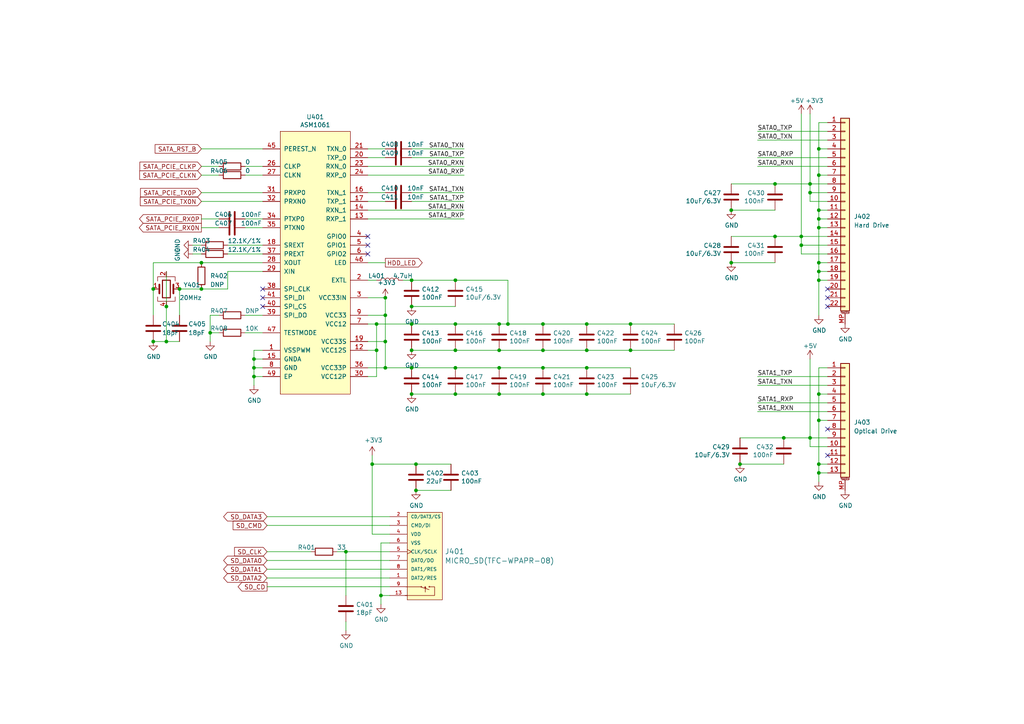
<source format=kicad_sch>
(kicad_sch (version 20210621) (generator eeschema)
  (paper "A4")
  (title_block (title "Lancer Mainboard") (date "2021-10-25") (rev "R0.1") (company "Copyright Modos 2021. / Engineer: Wenting Zhang") (comment 2 "MERCHANTABILITY, SATISFACTORY QUALITY AND FITNESS FOR A PARTICULAR PURPOSE.") (comment 3 "This source is distributed WITHOUT ANY EXPRESS OR IMPLIED WARRANTY, INCLUDING OF") (comment 4 "This source describes Open Hardware and is licensed under the CERN-OHL-S v2."))
  (lib_symbols
    (symbol "Connector_Generic_MountingPin:Conn_01x13_MountingPin" (pin_names (offset 1.016) hide)
      (property "Reference" "J" (at 0 17.78 0))
      (property "Value" "Conn_01x13_MountingPin" (at 1.27 -17.78 0))
      (symbol "Conn_01x13_MountingPin_1_1"
        (text "Mounting" (at 0 -16.891 0) (effects (font (size 0.381 0.381))))
        (rectangle (start -1.27 -15.113) (end 0 -15.367) (stroke (width 0.1524)))
        (rectangle (start -1.27 -12.573) (end 0 -12.827) (stroke (width 0.1524)))
        (rectangle (start -1.27 -10.033) (end 0 -10.287) (stroke (width 0.1524)))
        (rectangle (start -1.27 -7.493) (end 0 -7.747) (stroke (width 0.1524)))
        (rectangle (start -1.27 -4.953) (end 0 -5.207) (stroke (width 0.1524)))
        (rectangle (start -1.27 -2.413) (end 0 -2.667) (stroke (width 0.1524)))
        (rectangle (start -1.27 0.127) (end 0 -0.127) (stroke (width 0.1524)))
        (rectangle (start -1.27 2.667) (end 0 2.413) (stroke (width 0.1524)))
        (rectangle (start -1.27 5.207) (end 0 4.953) (stroke (width 0.1524)))
        (rectangle (start -1.27 7.747) (end 0 7.493) (stroke (width 0.1524)))
        (rectangle (start -1.27 10.287) (end 0 10.033) (stroke (width 0.1524)))
        (rectangle (start -1.27 12.827) (end 0 12.573) (stroke (width 0.1524)))
        (rectangle (start -1.27 15.367) (end 0 15.113) (stroke (width 0.1524)))
        (rectangle (start -1.27 16.51) (end 1.27 -16.51) (stroke (width 0.254)) (fill (type background)))
        (polyline (pts (xy -1.016 -17.272) (xy 1.016 -17.272)) (stroke (width 0.1524)))
        (pin passive line (at -5.08 15.24 0) (length 3.81) (name "Pin_1") (number "1"))
        (pin passive line (at -5.08 -7.62 0) (length 3.81) (name "Pin_10") (number "10"))
        (pin passive line (at -5.08 -10.16 0) (length 3.81) (name "Pin_11") (number "11"))
        (pin passive line (at -5.08 -12.7 0) (length 3.81) (name "Pin_12") (number "12"))
        (pin passive line (at -5.08 -15.24 0) (length 3.81) (name "Pin_13") (number "13"))
        (pin passive line (at -5.08 12.7 0) (length 3.81) (name "Pin_2") (number "2"))
        (pin passive line (at -5.08 10.16 0) (length 3.81) (name "Pin_3") (number "3"))
        (pin passive line (at -5.08 7.62 0) (length 3.81) (name "Pin_4") (number "4"))
        (pin passive line (at -5.08 5.08 0) (length 3.81) (name "Pin_5") (number "5"))
        (pin passive line (at -5.08 2.54 0) (length 3.81) (name "Pin_6") (number "6"))
        (pin passive line (at -5.08 0 0) (length 3.81) (name "Pin_7") (number "7"))
        (pin passive line (at -5.08 -2.54 0) (length 3.81) (name "Pin_8") (number "8"))
        (pin passive line (at -5.08 -5.08 0) (length 3.81) (name "Pin_9") (number "9"))
        (pin passive line (at 0 -20.32 90) (length 3.048) (name "MountPin") (number "MP"))
      )
    )
    (symbol "Connector_Generic_MountingPin:Conn_01x22_MountingPin" (pin_names (offset 1.016) hide)
      (property "Reference" "J" (at 0 27.94 0))
      (property "Value" "Conn_01x22_MountingPin" (at 1.27 -30.48 0))
      (symbol "Conn_01x22_MountingPin_1_1"
        (text "Mounting" (at 0 -29.591 0) (effects (font (size 0.381 0.381))))
        (rectangle (start -1.27 -27.813) (end 0 -28.067) (stroke (width 0.1524)))
        (rectangle (start -1.27 -25.273) (end 0 -25.527) (stroke (width 0.1524)))
        (rectangle (start -1.27 -22.733) (end 0 -22.987) (stroke (width 0.1524)))
        (rectangle (start -1.27 -20.193) (end 0 -20.447) (stroke (width 0.1524)))
        (rectangle (start -1.27 -17.653) (end 0 -17.907) (stroke (width 0.1524)))
        (rectangle (start -1.27 -15.113) (end 0 -15.367) (stroke (width 0.1524)))
        (rectangle (start -1.27 -12.573) (end 0 -12.827) (stroke (width 0.1524)))
        (rectangle (start -1.27 -10.033) (end 0 -10.287) (stroke (width 0.1524)))
        (rectangle (start -1.27 -7.493) (end 0 -7.747) (stroke (width 0.1524)))
        (rectangle (start -1.27 -4.953) (end 0 -5.207) (stroke (width 0.1524)))
        (rectangle (start -1.27 -2.413) (end 0 -2.667) (stroke (width 0.1524)))
        (rectangle (start -1.27 0.127) (end 0 -0.127) (stroke (width 0.1524)))
        (rectangle (start -1.27 2.667) (end 0 2.413) (stroke (width 0.1524)))
        (rectangle (start -1.27 5.207) (end 0 4.953) (stroke (width 0.1524)))
        (rectangle (start -1.27 7.747) (end 0 7.493) (stroke (width 0.1524)))
        (rectangle (start -1.27 10.287) (end 0 10.033) (stroke (width 0.1524)))
        (rectangle (start -1.27 12.827) (end 0 12.573) (stroke (width 0.1524)))
        (rectangle (start -1.27 15.367) (end 0 15.113) (stroke (width 0.1524)))
        (rectangle (start -1.27 17.907) (end 0 17.653) (stroke (width 0.1524)))
        (rectangle (start -1.27 20.447) (end 0 20.193) (stroke (width 0.1524)))
        (rectangle (start -1.27 22.987) (end 0 22.733) (stroke (width 0.1524)))
        (rectangle (start -1.27 25.527) (end 0 25.273) (stroke (width 0.1524)))
        (rectangle (start -1.27 26.67) (end 1.27 -29.21) (stroke (width 0.254)) (fill (type background)))
        (polyline (pts (xy -1.016 -29.972) (xy 1.016 -29.972)) (stroke (width 0.1524)))
        (pin passive line (at -5.08 25.4 0) (length 3.81) (name "Pin_1") (number "1"))
        (pin passive line (at -5.08 2.54 0) (length 3.81) (name "Pin_10") (number "10"))
        (pin passive line (at -5.08 0 0) (length 3.81) (name "Pin_11") (number "11"))
        (pin passive line (at -5.08 -2.54 0) (length 3.81) (name "Pin_12") (number "12"))
        (pin passive line (at -5.08 -5.08 0) (length 3.81) (name "Pin_13") (number "13"))
        (pin passive line (at -5.08 -7.62 0) (length 3.81) (name "Pin_14") (number "14"))
        (pin passive line (at -5.08 -10.16 0) (length 3.81) (name "Pin_15") (number "15"))
        (pin passive line (at -5.08 -12.7 0) (length 3.81) (name "Pin_16") (number "16"))
        (pin passive line (at -5.08 -15.24 0) (length 3.81) (name "Pin_17") (number "17"))
        (pin passive line (at -5.08 -17.78 0) (length 3.81) (name "Pin_18") (number "18"))
        (pin passive line (at -5.08 -20.32 0) (length 3.81) (name "Pin_19") (number "19"))
        (pin passive line (at -5.08 22.86 0) (length 3.81) (name "Pin_2") (number "2"))
        (pin passive line (at -5.08 -22.86 0) (length 3.81) (name "Pin_20") (number "20"))
        (pin passive line (at -5.08 -25.4 0) (length 3.81) (name "Pin_21") (number "21"))
        (pin passive line (at -5.08 -27.94 0) (length 3.81) (name "Pin_22") (number "22"))
        (pin passive line (at -5.08 20.32 0) (length 3.81) (name "Pin_3") (number "3"))
        (pin passive line (at -5.08 17.78 0) (length 3.81) (name "Pin_4") (number "4"))
        (pin passive line (at -5.08 15.24 0) (length 3.81) (name "Pin_5") (number "5"))
        (pin passive line (at -5.08 12.7 0) (length 3.81) (name "Pin_6") (number "6"))
        (pin passive line (at -5.08 10.16 0) (length 3.81) (name "Pin_7") (number "7"))
        (pin passive line (at -5.08 7.62 0) (length 3.81) (name "Pin_8") (number "8"))
        (pin passive line (at -5.08 5.08 0) (length 3.81) (name "Pin_9") (number "9"))
        (pin passive line (at 0 -33.02 90) (length 3.048) (name "MountPin") (number "MP"))
      )
    )
    (symbol "Device:C" (pin_numbers hide) (pin_names (offset 0.254))
      (property "Reference" "C" (at 0.635 2.54 0))
      (property "Value" "C" (at 0.635 -2.54 0))
      (symbol "C_0_1"
        (polyline (pts (xy -2.032 -0.762) (xy 2.032 -0.762)) (stroke (width 0.508)))
        (polyline (pts (xy -2.032 0.762) (xy 2.032 0.762)) (stroke (width 0.508)))
      )
      (symbol "C_1_1"
        (pin passive line (at 0 3.81 270) (length 2.794) (name "~") (number "1"))
        (pin passive line (at 0 -3.81 90) (length 2.794) (name "~") (number "2"))
      )
    )
    (symbol "Device:Crystal_GND24" (pin_names (offset 1.016) hide)
      (property "Reference" "Y" (at 3.175 5.08 0))
      (property "Value" "Crystal_GND24" (at 3.175 3.175 0))
      (symbol "Crystal_GND24_0_1"
        (rectangle (start -1.143 2.54) (end 1.143 -2.54) (stroke (width 0.3048)))
        (polyline (pts (xy -2.54 0) (xy -2.032 0)))
        (polyline (pts (xy -2.032 -1.27) (xy -2.032 1.27)) (stroke (width 0.508)))
        (polyline (pts (xy 0 -3.81) (xy 0 -3.556)))
        (polyline (pts (xy 0 3.556) (xy 0 3.81)))
        (polyline (pts (xy 2.032 -1.27) (xy 2.032 1.27)) (stroke (width 0.508)))
        (polyline (pts (xy 2.032 0) (xy 2.54 0)))
        (polyline (pts (xy -2.54 -2.286) (xy -2.54 -3.556) (xy 2.54 -3.556) (xy 2.54 -2.286)))
        (polyline (pts (xy -2.54 2.286) (xy -2.54 3.556) (xy 2.54 3.556) (xy 2.54 2.286)))
      )
      (symbol "Crystal_GND24_1_1"
        (pin passive line (at -3.81 0 0) (length 1.27) (name "1") (number "1"))
        (pin passive line (at 0 5.08 270) (length 1.27) (name "2") (number "2"))
        (pin passive line (at 3.81 0 180) (length 1.27) (name "3") (number "3"))
        (pin passive line (at 0 -5.08 90) (length 1.27) (name "4") (number "4"))
      )
    )
    (symbol "Device:L" (pin_numbers hide) (pin_names (offset 1.016) hide)
      (property "Reference" "L" (at -1.27 0 90))
      (property "Value" "L" (at 1.905 0 90))
      (symbol "L_0_1"
        (arc (start 0 -2.54) (end 0 -1.27) (radius (at 0 -1.905) (length 0.635) (angles -89.9 89.9)))
        (arc (start 0 -1.27) (end 0 0) (radius (at 0 -0.635) (length 0.635) (angles -89.9 89.9)))
        (arc (start 0 0) (end 0 1.27) (radius (at 0 0.635) (length 0.635) (angles -89.9 89.9)))
        (arc (start 0 1.27) (end 0 2.54) (radius (at 0 1.905) (length 0.635) (angles -89.9 89.9)))
      )
      (symbol "L_1_1"
        (pin passive line (at 0 3.81 270) (length 1.27) (name "1") (number "1"))
        (pin passive line (at 0 -3.81 90) (length 1.27) (name "2") (number "2"))
      )
    )
    (symbol "Device:R" (pin_numbers hide) (pin_names (offset 0))
      (property "Reference" "R" (at 2.032 0 90))
      (property "Value" "R" (at 0 0 90))
      (symbol "R_0_1"
        (rectangle (start -1.016 -2.54) (end 1.016 2.54) (stroke (width 0.254)))
      )
      (symbol "R_1_1"
        (pin passive line (at 0 3.81 270) (length 1.27) (name "~") (number "1"))
        (pin passive line (at 0 -3.81 90) (length 1.27) (name "~") (number "2"))
      )
    )
    (symbol "power:+3.3V" (power) (pin_names (offset 0))
      (property "Value" "+3.3V" (at 0 3.556 0))
      (symbol "+3.3V_0_1"
        (polyline (pts (xy -0.762 1.27) (xy 0 2.54)))
        (polyline (pts (xy 0 0) (xy 0 2.54)))
        (polyline (pts (xy 0 2.54) (xy 0.762 1.27)))
      )
      (symbol "+3.3V_1_1"
        (pin power_in line (at 0 0 90) (length 0) hide (name "+3V3") (number "1"))
      )
    )
    (symbol "power:+3V3" (power) (pin_names (offset 0))
      (property "Value" "+3V3" (at 0 3.556 0))
      (symbol "+3V3_0_1"
        (polyline (pts (xy -0.762 1.27) (xy 0 2.54)))
        (polyline (pts (xy 0 0) (xy 0 2.54)))
        (polyline (pts (xy 0 2.54) (xy 0.762 1.27)))
      )
      (symbol "+3V3_1_1"
        (pin power_in line (at 0 0 90) (length 0) hide (name "+3V3") (number "1"))
      )
    )
    (symbol "power:+5V" (power) (pin_names (offset 0))
      (property "Value" "+5V" (at 0 3.556 0))
      (symbol "+5V_0_1"
        (polyline (pts (xy -0.762 1.27) (xy 0 2.54)))
        (polyline (pts (xy 0 0) (xy 0 2.54)))
        (polyline (pts (xy 0 2.54) (xy 0.762 1.27)))
      )
      (symbol "+5V_1_1"
        (pin power_in line (at 0 0 90) (length 0) hide (name "+5V") (number "1"))
      )
    )
    (symbol "power:GND" (power) (pin_names (offset 0))
      (property "Value" "GND" (at 0 -3.81 0))
      (symbol "GND_0_1"
        (polyline (pts (xy 0 0) (xy 0 -1.27) (xy 1.27 -1.27) (xy 0 -2.54) (xy -1.27 -1.27) (xy 0 -1.27)))
      )
      (symbol "GND_1_1"
        (pin power_in line (at 0 0 270) (length 0) hide (name "GND") (number "1"))
      )
    )
    (symbol "symbols:ASM1061" (pin_names (offset 1.016))
      (property "Reference" "U" (at 0 0 0))
      (property "Value" "ASM1061" (at 0 -2.54 0))
      (symbol "ASM1061_0_1"
        (rectangle (start -10.16 -5.08) (end 10.16 -81.28) (fill (type background)))
      )
      (symbol "ASM1061_1_1"
        (pin power_in line (at -15.24 -68.58 0) (length 5.08) (name "VSSPWM") (number "1"))
        (pin power_in line (at -15.24 -73.66 0) (length 5.08) hide (name "GND") (number "10"))
        (pin power_in line (at 15.24 -60.96 180) (length 5.08) hide (name "VCC12") (number "11"))
        (pin power_in line (at 15.24 -68.58 180) (length 5.08) (name "VCC12S") (number "12"))
        (pin input line (at 15.24 -30.48 180) (length 5.08) (name "RXP_1") (number "13"))
        (pin input line (at 15.24 -27.94 180) (length 5.08) (name "RXN_1") (number "14"))
        (pin power_in line (at -15.24 -71.12 0) (length 5.08) (name "GNDA") (number "15"))
        (pin output line (at 15.24 -22.86 180) (length 5.08) (name "TXN_1") (number "16"))
        (pin output line (at 15.24 -25.4 180) (length 5.08) (name "TXP_1") (number "17"))
        (pin bidirectional line (at -15.24 -38.1 0) (length 5.08) (name "SREXT") (number "18"))
        (pin power_in line (at 15.24 -66.04 180) (length 5.08) (name "VCC33S") (number "19"))
        (pin power_out line (at 15.24 -48.26 180) (length 5.08) (name "EXTL") (number "2"))
        (pin output line (at 15.24 -12.7 180) (length 5.08) (name "TXP_0") (number "20"))
        (pin output line (at 15.24 -10.16 180) (length 5.08) (name "TXN_0") (number "21"))
        (pin power_in line (at -15.24 -71.12 0) (length 5.08) hide (name "GNDA") (number "22"))
        (pin input line (at 15.24 -15.24 180) (length 5.08) (name "RXN_0") (number "23"))
        (pin input line (at 15.24 -17.78 180) (length 5.08) (name "RXP_0") (number "24"))
        (pin power_in line (at 15.24 -68.58 180) (length 5.08) hide (name "VCC12S") (number "25"))
        (pin input line (at -15.24 -15.24 0) (length 5.08) (name "CLKP") (number "26"))
        (pin input line (at -15.24 -17.78 0) (length 5.08) (name "CLKN") (number "27"))
        (pin output line (at -15.24 -43.18 0) (length 5.08) (name "XOUT") (number "28"))
        (pin input line (at -15.24 -45.72 0) (length 5.08) (name "XIN") (number "29"))
        (pin input line (at 15.24 -53.34 180) (length 5.08) (name "VCC33IN") (number "3"))
        (pin power_in line (at 15.24 -76.2 180) (length 5.08) (name "VCC12P") (number "30"))
        (pin input line (at -15.24 -22.86 0) (length 5.08) (name "PRXP0") (number "31"))
        (pin input line (at -15.24 -25.4 0) (length 5.08) (name "PRXN0") (number "32"))
        (pin power_in line (at -15.24 -71.12 0) (length 5.08) hide (name "GNDA") (number "33"))
        (pin output line (at -15.24 -30.48 0) (length 5.08) (name "PTXP0") (number "34"))
        (pin output line (at -15.24 -33.02 0) (length 5.08) (name "PTXN0") (number "35"))
        (pin power_in line (at 15.24 -73.66 180) (length 5.08) (name "VCC33P") (number "36"))
        (pin bidirectional line (at -15.24 -40.64 0) (length 5.08) (name "PREXT") (number "37"))
        (pin output line (at -15.24 -50.8 0) (length 5.08) (name "SPI_CLK") (number "38"))
        (pin output line (at -15.24 -58.42 0) (length 5.08) (name "SPI_DO") (number "39"))
        (pin bidirectional line (at 15.24 -35.56 180) (length 5.08) (name "GPIO0") (number "4"))
        (pin output line (at -15.24 -55.88 0) (length 5.08) (name "SPI_CS") (number "40"))
        (pin input line (at -15.24 -53.34 0) (length 5.08) (name "SPI_DI") (number "41"))
        (pin power_in line (at -15.24 -73.66 0) (length 5.08) hide (name "GND") (number "42"))
        (pin power_in line (at 15.24 -60.96 180) (length 5.08) hide (name "VCC12") (number "43"))
        (pin power_in line (at 15.24 -58.42 180) (length 5.08) hide (name "VCC33") (number "44"))
        (pin input line (at -15.24 -10.16 0) (length 5.08) (name "PEREST_N") (number "45"))
        (pin output line (at 15.24 -43.18 180) (length 5.08) (name "LED") (number "46"))
        (pin input line (at -15.24 -63.5 0) (length 5.08) (name "TESTMODE") (number "47"))
        (pin power_in line (at 15.24 -60.96 180) (length 5.08) hide (name "VCC12") (number "48"))
        (pin power_in line (at -15.24 -76.2 0) (length 5.08) (name "EP") (number "49"))
        (pin bidirectional line (at 15.24 -38.1 180) (length 5.08) (name "GPIO1") (number "5"))
        (pin bidirectional line (at 15.24 -40.64 180) (length 5.08) (name "GPIO2") (number "6"))
        (pin power_in line (at 15.24 -60.96 180) (length 5.08) (name "VCC12") (number "7"))
        (pin power_in line (at -15.24 -73.66 0) (length 5.08) (name "GND") (number "8"))
        (pin power_in line (at 15.24 -58.42 180) (length 5.08) (name "VCC33") (number "9"))
      )
    )
    (symbol "symbols:MICRO_SD(TFC-WPAPR-08)" (pin_names (offset 1.016))
      (property "Reference" "MICRO_SD" (at 2.54 15.24 0))
      (property "Value" "MICRO_SD(TFC-WPAPR-08)" (at 0 -12.7 0))
      (symbol "MICRO_SD(TFC-WPAPR-08)_0_0"
        (rectangle (start -2.54 13.97) (end 7.62 -11.43) (fill (type background)))
        (polyline (pts (xy 2.6416 -7.5946) (xy 2.4638 -7.8994)))
        (polyline (pts (xy 2.6924 -7.6962) (xy 2.6924 -9.1694)))
        (polyline (pts (xy 2.667 -7.5438) (xy 2.921 -7.9756) (xy 2.8956 -7.9756)))
      )
      (symbol "MICRO_SD(TFC-WPAPR-08)_0_1"
        (circle (center 1.5494 -7.6454) (radius 0.1524))
        (circle (center 3.8862 -7.62) (radius 0.1524))
        (polyline (pts (xy -3.048 -7.6454) (xy 1.2954 -7.6454)))
        (polyline (pts (xy 1.7018 -7.7978) (xy 3.81 -8.4582)))
        (polyline (pts (xy -3.1496 -10.16) (xy 5.4102 -10.16) (xy 5.4102 -7.6454) (xy 4.1402 -7.6454)))
      )
      (symbol "MICRO_SD(TFC-WPAPR-08)_1_1"
        (pin bidirectional line (at -7.62 -5.08 0) (length 5.08) (name "DAT2/RES") (number "1"))
        (pin passive line (at -7.62 -10.16 0) (length 5.08) hide (name "~") (number "10"))
        (pin passive line (at -7.62 -10.16 0) (length 5.08) hide (name "~") (number "11"))
        (pin passive line (at -7.62 -10.16 0) (length 5.08) hide (name "~") (number "12"))
        (pin passive line (at -7.62 -10.16 0) (length 5.08) (name "~") (number "13"))
        (pin bidirectional line (at -7.62 12.7 0) (length 5.08) (name "CD/DAT3/CS") (number "2"))
        (pin input line (at -7.62 10.16 0) (length 5.08) (name "CMD/DI") (number "3"))
        (pin power_in line (at -7.62 7.62 0) (length 5.08) (name "VDD") (number "4"))
        (pin input clock (at -7.62 2.54 0) (length 5.08) (name "CLK/SCLK") (number "5"))
        (pin power_in line (at -7.62 5.08 0) (length 5.08) (name "VSS") (number "6"))
        (pin bidirectional line (at -7.62 0 0) (length 5.08) (name "DAT0/DO") (number "7"))
        (pin bidirectional line (at -7.62 -2.54 0) (length 5.08) (name "DAT1/RES") (number "8"))
        (pin passive line (at -7.62 -7.62 0) (length 5.08) (name "~") (number "9"))
      )
    )
  )
  (junction (at 44.45 83.82) (diameter 0.9144))
  (junction (at 44.45 99.06) (diameter 0.9144))
  (junction (at 48.26 88.9) (diameter 0.9144))
  (junction (at 48.26 99.06) (diameter 0.9144))
  (junction (at 52.07 83.82) (diameter 0.9144))
  (junction (at 58.42 76.2) (diameter 0.9144))
  (junction (at 58.42 83.82) (diameter 0.9144))
  (junction (at 60.96 96.52) (diameter 0.9144))
  (junction (at 73.66 104.14) (diameter 0.9144))
  (junction (at 73.66 106.68) (diameter 0.9144))
  (junction (at 73.66 109.22) (diameter 0.9144))
  (junction (at 100.33 160.02))
  (junction (at 107.95 134.62) (diameter 0.9144))
  (junction (at 109.22 93.98) (diameter 0.9144))
  (junction (at 109.22 101.6) (diameter 0.9144))
  (junction (at 110.49 172.72) (diameter 0.9144))
  (junction (at 111.76 86.36) (diameter 0.9144))
  (junction (at 111.76 91.44) (diameter 0.9144))
  (junction (at 111.76 99.06) (diameter 0.9144))
  (junction (at 111.76 106.68) (diameter 0.9144))
  (junction (at 119.38 81.28) (diameter 0.9144))
  (junction (at 119.38 88.9) (diameter 0.9144))
  (junction (at 119.38 93.98) (diameter 0.9144))
  (junction (at 119.38 101.6) (diameter 0.9144))
  (junction (at 119.38 106.68) (diameter 0.9144))
  (junction (at 119.38 114.3) (diameter 0.9144))
  (junction (at 120.65 134.62) (diameter 0.9144))
  (junction (at 120.65 142.24) (diameter 0.9144))
  (junction (at 132.08 81.28) (diameter 0.9144))
  (junction (at 132.08 93.98) (diameter 0.9144))
  (junction (at 132.08 101.6) (diameter 0.9144))
  (junction (at 132.08 106.68) (diameter 0.9144))
  (junction (at 132.08 114.3) (diameter 0.9144))
  (junction (at 144.78 93.98) (diameter 0.9144))
  (junction (at 144.78 101.6) (diameter 0.9144))
  (junction (at 144.78 106.68) (diameter 0.9144))
  (junction (at 144.78 114.3) (diameter 0.9144))
  (junction (at 147.32 93.98) (diameter 0.9144))
  (junction (at 157.48 93.98) (diameter 0.9144))
  (junction (at 157.48 101.6) (diameter 0.9144))
  (junction (at 157.48 106.68) (diameter 0.9144))
  (junction (at 157.48 114.3) (diameter 0.9144))
  (junction (at 170.18 93.98) (diameter 0.9144))
  (junction (at 170.18 101.6) (diameter 0.9144))
  (junction (at 170.18 106.68) (diameter 0.9144))
  (junction (at 170.18 114.3) (diameter 0.9144))
  (junction (at 182.88 93.98) (diameter 0.9144))
  (junction (at 182.88 101.6) (diameter 0.9144))
  (junction (at 212.09 60.96))
  (junction (at 212.09 76.2))
  (junction (at 214.63 134.62))
  (junction (at 224.79 53.34))
  (junction (at 224.79 68.58))
  (junction (at 227.33 127))
  (junction (at 232.41 68.58))
  (junction (at 232.41 71.12))
  (junction (at 234.95 53.34))
  (junction (at 234.95 55.88))
  (junction (at 234.95 127))
  (junction (at 237.49 43.18))
  (junction (at 237.49 50.8))
  (junction (at 237.49 60.96))
  (junction (at 237.49 63.5))
  (junction (at 237.49 66.04))
  (junction (at 237.49 76.2))
  (junction (at 237.49 78.74))
  (junction (at 237.49 81.28))
  (junction (at 237.49 114.3))
  (junction (at 237.49 121.92))
  (junction (at 237.49 134.62))
  (junction (at 237.49 137.16))
  (no_connect (at 76.2 83.82))
  (no_connect (at 76.2 86.36))
  (no_connect (at 76.2 88.9))
  (no_connect (at 106.68 68.58))
  (no_connect (at 106.68 71.12))
  (no_connect (at 106.68 73.66))
  (no_connect (at 240.03 83.82))
  (no_connect (at 240.03 86.36))
  (no_connect (at 240.03 88.9))
  (no_connect (at 240.03 124.46))
  (no_connect (at 240.03 132.08))
  (wire (pts (xy 44.45 76.2) (xy 44.45 83.82)))
  (wire (pts (xy 44.45 91.44) (xy 44.45 83.82)))
  (wire (pts (xy 48.26 78.74) (xy 48.26 88.9)))
  (wire (pts (xy 48.26 88.9) (xy 48.26 99.06)))
  (wire (pts (xy 48.26 99.06) (xy 44.45 99.06)))
  (wire (pts (xy 52.07 83.82) (xy 58.42 83.82)))
  (wire (pts (xy 52.07 91.44) (xy 52.07 83.82)))
  (wire (pts (xy 52.07 99.06) (xy 48.26 99.06)))
  (wire (pts (xy 58.42 43.18) (xy 76.2 43.18)))
  (wire (pts (xy 58.42 48.26) (xy 63.5 48.26)))
  (wire (pts (xy 58.42 50.8) (xy 63.5 50.8)))
  (wire (pts (xy 58.42 55.88) (xy 76.2 55.88)))
  (wire (pts (xy 58.42 58.42) (xy 76.2 58.42)))
  (wire (pts (xy 58.42 63.5) (xy 63.5 63.5)))
  (wire (pts (xy 58.42 66.04) (xy 63.5 66.04)))
  (wire (pts (xy 58.42 71.12) (xy 55.88 71.12)))
  (wire (pts (xy 58.42 73.66) (xy 55.88 73.66)))
  (wire (pts (xy 58.42 76.2) (xy 44.45 76.2)))
  (wire (pts (xy 60.96 91.44) (xy 60.96 96.52)))
  (wire (pts (xy 60.96 96.52) (xy 60.96 99.06)))
  (wire (pts (xy 63.5 91.44) (xy 60.96 91.44)))
  (wire (pts (xy 63.5 96.52) (xy 60.96 96.52)))
  (wire (pts (xy 66.04 71.12) (xy 76.2 71.12)))
  (wire (pts (xy 66.04 73.66) (xy 76.2 73.66)))
  (wire (pts (xy 66.04 78.74) (xy 66.04 83.82)))
  (wire (pts (xy 66.04 78.74) (xy 76.2 78.74)))
  (wire (pts (xy 66.04 83.82) (xy 58.42 83.82)))
  (wire (pts (xy 71.12 48.26) (xy 76.2 48.26)))
  (wire (pts (xy 71.12 50.8) (xy 76.2 50.8)))
  (wire (pts (xy 71.12 63.5) (xy 76.2 63.5)))
  (wire (pts (xy 71.12 66.04) (xy 76.2 66.04)))
  (wire (pts (xy 71.12 96.52) (xy 76.2 96.52)))
  (wire (pts (xy 73.66 101.6) (xy 73.66 104.14)))
  (wire (pts (xy 73.66 104.14) (xy 73.66 106.68)))
  (wire (pts (xy 73.66 106.68) (xy 73.66 109.22)))
  (wire (pts (xy 73.66 109.22) (xy 73.66 111.76)))
  (wire (pts (xy 76.2 76.2) (xy 58.42 76.2)))
  (wire (pts (xy 76.2 91.44) (xy 71.12 91.44)))
  (wire (pts (xy 76.2 101.6) (xy 73.66 101.6)))
  (wire (pts (xy 76.2 104.14) (xy 73.66 104.14)))
  (wire (pts (xy 76.2 106.68) (xy 73.66 106.68)))
  (wire (pts (xy 76.2 109.22) (xy 73.66 109.22)))
  (wire (pts (xy 77.47 149.86) (xy 113.03 149.86)))
  (wire (pts (xy 77.47 152.4) (xy 113.03 152.4)))
  (wire (pts (xy 77.47 160.02) (xy 90.17 160.02)))
  (wire (pts (xy 77.47 162.56) (xy 113.03 162.56)))
  (wire (pts (xy 77.47 165.1) (xy 113.03 165.1)))
  (wire (pts (xy 77.47 167.64) (xy 113.03 167.64)))
  (wire (pts (xy 77.47 170.18) (xy 113.03 170.18)))
  (wire (pts (xy 97.79 160.02) (xy 100.33 160.02)))
  (wire (pts (xy 100.33 160.02) (xy 100.33 172.72)))
  (wire (pts (xy 100.33 160.02) (xy 113.03 160.02)))
  (wire (pts (xy 100.33 180.34) (xy 100.33 182.88)))
  (wire (pts (xy 106.68 43.18) (xy 111.76 43.18)))
  (wire (pts (xy 106.68 45.72) (xy 111.76 45.72)))
  (wire (pts (xy 106.68 48.26) (xy 134.62 48.26)))
  (wire (pts (xy 106.68 50.8) (xy 134.62 50.8)))
  (wire (pts (xy 106.68 55.88) (xy 111.76 55.88)))
  (wire (pts (xy 106.68 58.42) (xy 111.76 58.42)))
  (wire (pts (xy 106.68 60.96) (xy 134.62 60.96)))
  (wire (pts (xy 106.68 63.5) (xy 134.62 63.5)))
  (wire (pts (xy 106.68 81.28) (xy 109.22 81.28)))
  (wire (pts (xy 106.68 91.44) (xy 111.76 91.44)))
  (wire (pts (xy 106.68 99.06) (xy 111.76 99.06)))
  (wire (pts (xy 106.68 101.6) (xy 109.22 101.6)))
  (wire (pts (xy 106.68 106.68) (xy 111.76 106.68)))
  (wire (pts (xy 106.68 109.22) (xy 109.22 109.22)))
  (wire (pts (xy 107.95 132.08) (xy 107.95 134.62)))
  (wire (pts (xy 107.95 134.62) (xy 120.65 134.62)))
  (wire (pts (xy 107.95 154.94) (xy 107.95 134.62)))
  (wire (pts (xy 107.95 154.94) (xy 113.03 154.94)))
  (wire (pts (xy 109.22 93.98) (xy 106.68 93.98)))
  (wire (pts (xy 109.22 101.6) (xy 109.22 93.98)))
  (wire (pts (xy 109.22 109.22) (xy 109.22 101.6)))
  (wire (pts (xy 110.49 157.48) (xy 110.49 172.72)))
  (wire (pts (xy 110.49 172.72) (xy 110.49 175.26)))
  (wire (pts (xy 111.76 76.2) (xy 106.68 76.2)))
  (wire (pts (xy 111.76 86.36) (xy 106.68 86.36)))
  (wire (pts (xy 111.76 91.44) (xy 111.76 86.36)))
  (wire (pts (xy 111.76 99.06) (xy 111.76 91.44)))
  (wire (pts (xy 111.76 106.68) (xy 111.76 99.06)))
  (wire (pts (xy 111.76 106.68) (xy 119.38 106.68)))
  (wire (pts (xy 113.03 157.48) (xy 110.49 157.48)))
  (wire (pts (xy 113.03 172.72) (xy 110.49 172.72)))
  (wire (pts (xy 116.84 81.28) (xy 119.38 81.28)))
  (wire (pts (xy 119.38 43.18) (xy 134.62 43.18)))
  (wire (pts (xy 119.38 45.72) (xy 134.62 45.72)))
  (wire (pts (xy 119.38 55.88) (xy 134.62 55.88)))
  (wire (pts (xy 119.38 58.42) (xy 134.62 58.42)))
  (wire (pts (xy 119.38 81.28) (xy 132.08 81.28)))
  (wire (pts (xy 119.38 93.98) (xy 109.22 93.98)))
  (wire (pts (xy 119.38 106.68) (xy 132.08 106.68)))
  (wire (pts (xy 130.81 134.62) (xy 120.65 134.62)))
  (wire (pts (xy 130.81 142.24) (xy 120.65 142.24)))
  (wire (pts (xy 132.08 81.28) (xy 147.32 81.28)))
  (wire (pts (xy 132.08 88.9) (xy 119.38 88.9)))
  (wire (pts (xy 132.08 93.98) (xy 119.38 93.98)))
  (wire (pts (xy 132.08 101.6) (xy 119.38 101.6)))
  (wire (pts (xy 132.08 106.68) (xy 144.78 106.68)))
  (wire (pts (xy 132.08 114.3) (xy 119.38 114.3)))
  (wire (pts (xy 144.78 93.98) (xy 132.08 93.98)))
  (wire (pts (xy 144.78 101.6) (xy 132.08 101.6)))
  (wire (pts (xy 144.78 106.68) (xy 157.48 106.68)))
  (wire (pts (xy 144.78 114.3) (xy 132.08 114.3)))
  (wire (pts (xy 147.32 81.28) (xy 147.32 93.98)))
  (wire (pts (xy 147.32 93.98) (xy 144.78 93.98)))
  (wire (pts (xy 147.32 93.98) (xy 157.48 93.98)))
  (wire (pts (xy 157.48 93.98) (xy 170.18 93.98)))
  (wire (pts (xy 157.48 101.6) (xy 144.78 101.6)))
  (wire (pts (xy 157.48 106.68) (xy 170.18 106.68)))
  (wire (pts (xy 157.48 114.3) (xy 144.78 114.3)))
  (wire (pts (xy 170.18 93.98) (xy 182.88 93.98)))
  (wire (pts (xy 170.18 101.6) (xy 157.48 101.6)))
  (wire (pts (xy 170.18 106.68) (xy 182.88 106.68)))
  (wire (pts (xy 170.18 114.3) (xy 157.48 114.3)))
  (wire (pts (xy 182.88 93.98) (xy 195.58 93.98)))
  (wire (pts (xy 182.88 101.6) (xy 170.18 101.6)))
  (wire (pts (xy 182.88 114.3) (xy 170.18 114.3)))
  (wire (pts (xy 195.58 101.6) (xy 182.88 101.6)))
  (wire (pts (xy 212.09 53.34) (xy 224.79 53.34)))
  (wire (pts (xy 212.09 60.96) (xy 224.79 60.96)))
  (wire (pts (xy 212.09 68.58) (xy 224.79 68.58)))
  (wire (pts (xy 212.09 76.2) (xy 224.79 76.2)))
  (wire (pts (xy 214.63 127) (xy 227.33 127)))
  (wire (pts (xy 214.63 134.62) (xy 227.33 134.62)))
  (wire (pts (xy 219.71 38.1) (xy 240.03 38.1)))
  (wire (pts (xy 219.71 40.64) (xy 240.03 40.64)))
  (wire (pts (xy 219.71 45.72) (xy 240.03 45.72)))
  (wire (pts (xy 219.71 48.26) (xy 240.03 48.26)))
  (wire (pts (xy 219.71 109.22) (xy 240.03 109.22)))
  (wire (pts (xy 219.71 111.76) (xy 240.03 111.76)))
  (wire (pts (xy 219.71 116.84) (xy 240.03 116.84)))
  (wire (pts (xy 219.71 119.38) (xy 240.03 119.38)))
  (wire (pts (xy 224.79 53.34) (xy 234.95 53.34)))
  (wire (pts (xy 224.79 68.58) (xy 232.41 68.58)))
  (wire (pts (xy 227.33 127) (xy 234.95 127)))
  (wire (pts (xy 232.41 68.58) (xy 232.41 33.02)))
  (wire (pts (xy 232.41 68.58) (xy 240.03 68.58)))
  (wire (pts (xy 232.41 71.12) (xy 232.41 68.58)))
  (wire (pts (xy 232.41 73.66) (xy 232.41 71.12)))
  (wire (pts (xy 234.95 33.02) (xy 234.95 53.34)))
  (wire (pts (xy 234.95 55.88) (xy 234.95 53.34)))
  (wire (pts (xy 234.95 58.42) (xy 234.95 55.88)))
  (wire (pts (xy 234.95 104.14) (xy 234.95 127)))
  (wire (pts (xy 234.95 127) (xy 240.03 127)))
  (wire (pts (xy 234.95 129.54) (xy 234.95 127)))
  (wire (pts (xy 234.95 129.54) (xy 240.03 129.54)))
  (wire (pts (xy 237.49 35.56) (xy 237.49 43.18)))
  (wire (pts (xy 237.49 43.18) (xy 237.49 50.8)))
  (wire (pts (xy 237.49 43.18) (xy 240.03 43.18)))
  (wire (pts (xy 237.49 50.8) (xy 237.49 60.96)))
  (wire (pts (xy 237.49 50.8) (xy 240.03 50.8)))
  (wire (pts (xy 237.49 60.96) (xy 237.49 63.5)))
  (wire (pts (xy 237.49 60.96) (xy 240.03 60.96)))
  (wire (pts (xy 237.49 63.5) (xy 237.49 66.04)))
  (wire (pts (xy 237.49 63.5) (xy 240.03 63.5)))
  (wire (pts (xy 237.49 66.04) (xy 237.49 76.2)))
  (wire (pts (xy 237.49 66.04) (xy 240.03 66.04)))
  (wire (pts (xy 237.49 76.2) (xy 237.49 78.74)))
  (wire (pts (xy 237.49 76.2) (xy 240.03 76.2)))
  (wire (pts (xy 237.49 78.74) (xy 237.49 81.28)))
  (wire (pts (xy 237.49 78.74) (xy 240.03 78.74)))
  (wire (pts (xy 237.49 81.28) (xy 237.49 91.44)))
  (wire (pts (xy 237.49 81.28) (xy 240.03 81.28)))
  (wire (pts (xy 237.49 106.68) (xy 237.49 114.3)))
  (wire (pts (xy 237.49 114.3) (xy 237.49 121.92)))
  (wire (pts (xy 237.49 114.3) (xy 240.03 114.3)))
  (wire (pts (xy 237.49 121.92) (xy 237.49 134.62)))
  (wire (pts (xy 237.49 121.92) (xy 240.03 121.92)))
  (wire (pts (xy 237.49 134.62) (xy 237.49 137.16)))
  (wire (pts (xy 237.49 134.62) (xy 240.03 134.62)))
  (wire (pts (xy 237.49 137.16) (xy 237.49 139.7)))
  (wire (pts (xy 237.49 137.16) (xy 240.03 137.16)))
  (wire (pts (xy 240.03 35.56) (xy 237.49 35.56)))
  (wire (pts (xy 240.03 53.34) (xy 234.95 53.34)))
  (wire (pts (xy 240.03 55.88) (xy 234.95 55.88)))
  (wire (pts (xy 240.03 58.42) (xy 234.95 58.42)))
  (wire (pts (xy 240.03 71.12) (xy 232.41 71.12)))
  (wire (pts (xy 240.03 73.66) (xy 232.41 73.66)))
  (wire (pts (xy 240.03 106.68) (xy 237.49 106.68)))
  (label "SATA0_TXN" (at 134.62 43.18 180))
  (label "SATA0_TXP" (at 134.62 45.72 180))
  (label "SATA0_RXN" (at 134.62 48.26 180))
  (label "SATA0_RXP" (at 134.62 50.8 180))
  (label "SATA1_TXN" (at 134.62 55.88 180))
  (label "SATA1_TXP" (at 134.62 58.42 180))
  (label "SATA1_RXN" (at 134.62 60.96 180))
  (label "SATA1_RXP" (at 134.62 63.5 180))
  (label "SATA0_TXP" (at 219.71 38.1 0))
  (label "SATA0_TXN" (at 219.71 40.64 0))
  (label "SATA0_RXP" (at 219.71 45.72 0))
  (label "SATA0_RXN" (at 219.71 48.26 0))
  (label "SATA1_TXP" (at 219.71 109.22 0))
  (label "SATA1_TXN" (at 219.71 111.76 0))
  (label "SATA1_RXP" (at 219.71 116.84 0))
  (label "SATA1_RXN" (at 219.71 119.38 0))
  (global_label "SATA_RST_B" (shape input) (at 58.42 43.18 180) (property "Intersheet References" "${INTERSHEET_REFS}" (effects hide)))
  (global_label "SATA_PCIE_CLKP" (shape input) (at 58.42 48.26 180) (property "Intersheet References" "${INTERSHEET_REFS}" (effects hide)))
  (global_label "SATA_PCIE_CLKN" (shape input) (at 58.42 50.8 180) (property "Intersheet References" "${INTERSHEET_REFS}" (effects hide)))
  (global_label "SATA_PCIE_TX0P" (shape input) (at 58.42 55.88 180) (property "Intersheet References" "${INTERSHEET_REFS}" (effects hide)))
  (global_label "SATA_PCIE_TX0N" (shape input) (at 58.42 58.42 180) (property "Intersheet References" "${INTERSHEET_REFS}" (effects hide)))
  (global_label "SATA_PCIE_RX0P" (shape output) (at 58.42 63.5 180) (property "Intersheet References" "${INTERSHEET_REFS}" (effects hide)))
  (global_label "SATA_PCIE_RX0N" (shape output) (at 58.42 66.04 180) (property "Intersheet References" "${INTERSHEET_REFS}" (effects hide)))
  (global_label "SD_DATA3" (shape bidirectional) (at 77.47 149.86 180) (property "Intersheet References" "${INTERSHEET_REFS}" (effects hide)))
  (global_label "SD_CMD" (shape input) (at 77.47 152.4 180) (property "Intersheet References" "${INTERSHEET_REFS}" (effects hide)))
  (global_label "SD_CLK" (shape input) (at 77.47 160.02 180) (property "Intersheet References" "${INTERSHEET_REFS}" (effects hide)))
  (global_label "SD_DATA0" (shape bidirectional) (at 77.47 162.56 180) (property "Intersheet References" "${INTERSHEET_REFS}" (effects hide)))
  (global_label "SD_DATA1" (shape bidirectional) (at 77.47 165.1 180) (property "Intersheet References" "${INTERSHEET_REFS}" (effects hide)))
  (global_label "SD_DATA2" (shape bidirectional) (at 77.47 167.64 180) (property "Intersheet References" "${INTERSHEET_REFS}" (effects hide)))
  (global_label "SD_CD" (shape output) (at 77.47 170.18 180) (property "Intersheet References" "${INTERSHEET_REFS}" (effects hide)))
  (global_label "HDD_LED" (shape output) (at 111.76 76.2 0) (property "Intersheet References" "${INTERSHEET_REFS}" (effects hide)))
  (symbol (lib_id "power:+3V3") (at 107.95 132.08 0) (unit 1)
    (property "Reference" "#PWR0402" (effects hide))
    (property "Value" "+3V3" (at 108.331 127.6858 0))
  )
  (symbol (lib_id "power:+3V3") (at 111.76 86.36 0) (unit 1)
    (property "Reference" "#PWR0410" (effects hide))
    (property "Value" "+3V3" (at 112.141 81.9658 0))
  )
  (symbol (lib_id "power:+5V") (at 232.41 33.02 0) (unit 1)
    (property "Reference" "#PWR0417" (effects hide))
    (property "Value" "+5V" (at 231.14 29.21 0))
  )
  (symbol (lib_id "power:+3.3V") (at 234.95 33.02 0) (unit 1)
    (property "Reference" "#PWR0418" (effects hide))
    (property "Value" "+3.3V" (at 236.22 29.21 0))
  )
  (symbol (lib_id "power:+5V") (at 234.95 104.14 0) (unit 1)
    (property "Reference" "#PWR0419" (effects hide))
    (property "Value" "+5V" (at 234.95 100.33 0))
  )
  (symbol (lib_id "power:GND") (at 44.45 99.06 0) (unit 1)
    (property "Reference" "#PWR0405" (effects hide))
    (property "Value" "GND" (at 44.577 103.4542 0))
  )
  (symbol (lib_id "power:GND") (at 55.88 71.12 270) (unit 1)
    (property "Reference" "#PWR0406" (effects hide))
    (property "Value" "GND" (at 51.4858 71.247 0))
  )
  (symbol (lib_id "power:GND") (at 55.88 73.66 270) (unit 1)
    (property "Reference" "#PWR0407" (effects hide))
    (property "Value" "GND" (at 51.4858 73.787 0))
  )
  (symbol (lib_id "power:GND") (at 60.96 99.06 0) (unit 1)
    (property "Reference" "#PWR0408" (effects hide))
    (property "Value" "GND" (at 61.087 103.4542 0))
  )
  (symbol (lib_id "power:GND") (at 73.66 111.76 0) (unit 1)
    (property "Reference" "#PWR0409" (effects hide))
    (property "Value" "GND" (at 73.787 116.1542 0))
  )
  (symbol (lib_id "power:GND") (at 100.33 182.88 0) (unit 1)
    (property "Reference" "#PWR0401" (effects hide))
    (property "Value" "GND" (at 100.457 187.2742 0))
  )
  (symbol (lib_id "power:GND") (at 110.49 175.26 0) (unit 1)
    (property "Reference" "#PWR0403" (effects hide))
    (property "Value" "GND" (at 110.617 179.6542 0))
  )
  (symbol (lib_id "power:GND") (at 119.38 88.9 0) (unit 1)
    (property "Reference" "#PWR0411" (effects hide))
    (property "Value" "GND" (at 119.507 93.2942 0))
  )
  (symbol (lib_id "power:GND") (at 119.38 101.6 0) (unit 1)
    (property "Reference" "#PWR0412" (effects hide))
    (property "Value" "GND" (at 119.507 105.9942 0))
  )
  (symbol (lib_id "power:GND") (at 119.38 114.3 0) (unit 1)
    (property "Reference" "#PWR0413" (effects hide))
    (property "Value" "GND" (at 119.507 118.6942 0))
  )
  (symbol (lib_id "power:GND") (at 120.65 142.24 0) (unit 1)
    (property "Reference" "#PWR0404" (effects hide))
    (property "Value" "GND" (at 120.777 146.6342 0))
  )
  (symbol (lib_id "power:GND") (at 212.09 60.96 0) (unit 1)
    (property "Reference" "#PWR0414" (effects hide))
    (property "Value" "GND" (at 212.217 65.3542 0))
  )
  (symbol (lib_id "power:GND") (at 212.09 76.2 0) (unit 1)
    (property "Reference" "#PWR0415" (effects hide))
    (property "Value" "GND" (at 212.217 80.5942 0))
  )
  (symbol (lib_id "power:GND") (at 214.63 134.62 0) (unit 1)
    (property "Reference" "#PWR0416" (effects hide))
    (property "Value" "GND" (at 214.757 139.0142 0))
  )
  (symbol (lib_id "power:GND") (at 237.49 91.44 0) (unit 1)
    (property "Reference" "#PWR0420" (effects hide))
    (property "Value" "GND" (at 237.617 95.8342 0))
  )
  (symbol (lib_id "power:GND") (at 237.49 139.7 0) (unit 1)
    (property "Reference" "#PWR0421" (effects hide))
    (property "Value" "GND" (at 237.617 144.0942 0))
  )
  (symbol (lib_id "power:GND") (at 245.11 93.98 0) (unit 1)
    (property "Reference" "#PWR0422" (effects hide))
    (property "Value" "GND" (at 245.237 98.3742 0))
  )
  (symbol (lib_id "power:GND") (at 245.11 142.24 0) (unit 1)
    (property "Reference" "#PWR0423" (effects hide))
    (property "Value" "GND" (at 245.237 146.6342 0))
  )
  (symbol (lib_id "Device:L") (at 113.03 81.28 90) (unit 1)
    (property "Reference" "L401" (at 109.22 80.01 90))
    (property "Value" "4.7uH" (at 116.84 80.01 90))
  )
  (symbol (lib_id "Device:R") (at 58.42 80.01 0) (mirror x) (unit 1)
    (property "Reference" "R402" (at 60.96 80.01 0) (effects (justify left)))
    (property "Value" "DNP" (at 60.96 82.55 0) (effects (justify left)))
    (property "Footprint" "Resistor_SMD:R_0603_1608Metric" (effects hide))
  )
  (symbol (lib_id "Device:R") (at 62.23 71.12 270) (mirror x) (unit 1)
    (property "Reference" "R403" (at 55.88 69.85 90) (effects (justify left)))
    (property "Value" "12.1K/1%" (at 66.04 69.85 90) (effects (justify left)))
    (property "Footprint" "Resistor_SMD:R_0603_1608Metric" (effects hide))
  )
  (symbol (lib_id "Device:R") (at 62.23 73.66 270) (mirror x) (unit 1)
    (property "Reference" "R404" (at 55.88 72.39 90) (effects (justify left)))
    (property "Value" "12.1K/1%" (at 66.04 72.39 90) (effects (justify left)))
    (property "Footprint" "Resistor_SMD:R_0603_1608Metric" (effects hide))
  )
  (symbol (lib_id "Device:R") (at 67.31 48.26 270) (unit 1)
    (property "Reference" "R405" (at 60.96 46.99 90) (effects (justify left)))
    (property "Value" "0" (at 71.12 46.99 90) (effects (justify left)))
    (property "Footprint" "Resistor_SMD:R_0603_1608Metric" (effects hide))
  )
  (symbol (lib_id "Device:R") (at 67.31 50.8 270) (unit 1)
    (property "Reference" "R406" (at 60.96 49.53 90) (effects (justify left)))
    (property "Value" "0" (at 71.12 49.53 90) (effects (justify left)))
    (property "Footprint" "Resistor_SMD:R_0603_1608Metric" (effects hide))
  )
  (symbol (lib_id "Device:R") (at 67.31 91.44 270) (mirror x) (unit 1)
    (property "Reference" "R407" (at 60.96 90.17 90) (effects (justify left)))
    (property "Value" "DNP" (at 71.12 90.17 90) (effects (justify left)))
    (property "Footprint" "Resistor_SMD:R_0603_1608Metric" (effects hide))
  )
  (symbol (lib_id "Device:R") (at 67.31 96.52 270) (mirror x) (unit 1)
    (property "Reference" "R408" (at 60.96 95.25 90) (effects (justify left)))
    (property "Value" "10K" (at 71.12 95.25 90) (effects (justify left)))
    (property "Footprint" "Resistor_SMD:R_0603_1608Metric" (effects hide))
  )
  (symbol (lib_id "Device:R") (at 93.98 160.02 270) (unit 1)
    (property "Reference" "R401" (at 88.9 158.75 90))
    (property "Value" "33" (at 99.06 158.75 90))
    (property "Footprint" "Resistor_SMD:R_0402_1005Metric" (effects hide))
  )
  (symbol (lib_id "Device:C") (at 44.45 95.25 0) (mirror x) (unit 1)
    (property "Reference" "C404" (at 46.99 93.98 0) (effects (justify left)))
    (property "Value" "18pF" (at 46.99 96.52 0) (effects (justify left)))
    (property "Footprint" "Capacitor_SMD:C_0603_1608Metric" (effects hide))
  )
  (symbol (lib_id "Device:C") (at 52.07 95.25 0) (mirror x) (unit 1)
    (property "Reference" "C405" (at 54.61 93.98 0) (effects (justify left)))
    (property "Value" "18pF" (at 54.61 96.52 0) (effects (justify left)))
    (property "Footprint" "Capacitor_SMD:C_0603_1608Metric" (effects hide))
  )
  (symbol (lib_id "Device:C") (at 67.31 63.5 270) (mirror x) (unit 1)
    (property "Reference" "C406" (at 62.23 62.23 90) (effects (justify left)))
    (property "Value" "100nF" (at 69.85 62.23 90) (effects (justify left)))
    (property "Footprint" "Capacitor_SMD:C_0603_1608Metric" (effects hide))
  )
  (symbol (lib_id "Device:C") (at 67.31 66.04 270) (mirror x) (unit 1)
    (property "Reference" "C407" (at 62.23 64.77 90) (effects (justify left)))
    (property "Value" "100nF" (at 69.85 64.77 90) (effects (justify left)))
    (property "Footprint" "Capacitor_SMD:C_0603_1608Metric" (effects hide))
  )
  (symbol (lib_id "Device:C") (at 100.33 176.53 0) (unit 1)
    (property "Reference" "C401" (at 103.251 175.3616 0) (effects (justify left)))
    (property "Value" "18pF" (at 103.251 177.673 0) (effects (justify left)))
    (property "Footprint" "Capacitor_SMD:C_0402_1005Metric" (effects hide))
  )
  (symbol (lib_id "Device:C") (at 115.57 43.18 270) (mirror x) (unit 1)
    (property "Reference" "C408" (at 110.49 41.91 90) (effects (justify left)))
    (property "Value" "10nF" (at 118.11 41.91 90) (effects (justify left)))
    (property "Footprint" "Capacitor_SMD:C_0603_1608Metric" (effects hide))
  )
  (symbol (lib_id "Device:C") (at 115.57 45.72 270) (mirror x) (unit 1)
    (property "Reference" "C409" (at 110.49 44.45 90) (effects (justify left)))
    (property "Value" "10nF" (at 118.11 44.45 90) (effects (justify left)))
    (property "Footprint" "Capacitor_SMD:C_0603_1608Metric" (effects hide))
  )
  (symbol (lib_id "Device:C") (at 115.57 55.88 270) (mirror x) (unit 1)
    (property "Reference" "C410" (at 110.49 54.61 90) (effects (justify left)))
    (property "Value" "10nF" (at 118.11 54.61 90) (effects (justify left)))
    (property "Footprint" "Capacitor_SMD:C_0603_1608Metric" (effects hide))
  )
  (symbol (lib_id "Device:C") (at 115.57 58.42 270) (mirror x) (unit 1)
    (property "Reference" "C411" (at 110.49 57.15 90) (effects (justify left)))
    (property "Value" "10nF" (at 118.11 57.15 90) (effects (justify left)))
    (property "Footprint" "Capacitor_SMD:C_0603_1608Metric" (effects hide))
  )
  (symbol (lib_id "Device:C") (at 119.38 85.09 0) (unit 1)
    (property "Reference" "C412" (at 122.301 83.9216 0) (effects (justify left)))
    (property "Value" "100nF" (at 122.301 86.233 0) (effects (justify left)))
  )
  (symbol (lib_id "Device:C") (at 119.38 97.79 0) (unit 1)
    (property "Reference" "C413" (at 122.301 96.6216 0) (effects (justify left)))
    (property "Value" "100nF" (at 122.301 98.933 0) (effects (justify left)))
  )
  (symbol (lib_id "Device:C") (at 119.38 110.49 0) (unit 1)
    (property "Reference" "C414" (at 122.301 109.3216 0) (effects (justify left)))
    (property "Value" "100nF" (at 122.301 111.633 0) (effects (justify left)))
  )
  (symbol (lib_id "Device:C") (at 120.65 138.43 0) (unit 1)
    (property "Reference" "C402" (at 123.571 137.262 0) (effects (justify left)))
    (property "Value" "22uF" (at 123.571 139.573 0) (effects (justify left)))
    (property "Footprint" "Capacitor_SMD:C_0603_1608Metric" (effects hide))
  )
  (symbol (lib_id "Device:C") (at 130.81 138.43 0) (unit 1)
    (property "Reference" "C403" (at 133.731 137.262 0) (effects (justify left)))
    (property "Value" "100nF" (at 133.731 139.573 0) (effects (justify left)))
    (property "Footprint" "Capacitor_SMD:C_0402_1005Metric" (effects hide))
  )
  (symbol (lib_id "Device:C") (at 132.08 85.09 0) (unit 1)
    (property "Reference" "C415" (at 135.001 83.9216 0) (effects (justify left)))
    (property "Value" "10uF/6.3V" (at 135.001 86.233 0) (effects (justify left)))
  )
  (symbol (lib_id "Device:C") (at 132.08 97.79 0) (unit 1)
    (property "Reference" "C416" (at 135.001 96.6216 0) (effects (justify left)))
    (property "Value" "100nF" (at 135.001 98.933 0) (effects (justify left)))
  )
  (symbol (lib_id "Device:C") (at 132.08 110.49 0) (unit 1)
    (property "Reference" "C417" (at 135.001 109.3216 0) (effects (justify left)))
    (property "Value" "100nF" (at 135.001 111.633 0) (effects (justify left)))
  )
  (symbol (lib_id "Device:C") (at 144.78 97.79 0) (unit 1)
    (property "Reference" "C418" (at 147.701 96.6216 0) (effects (justify left)))
    (property "Value" "100nF" (at 147.701 98.933 0) (effects (justify left)))
  )
  (symbol (lib_id "Device:C") (at 144.78 110.49 0) (unit 1)
    (property "Reference" "C419" (at 147.701 109.3216 0) (effects (justify left)))
    (property "Value" "100nF" (at 147.701 111.633 0) (effects (justify left)))
  )
  (symbol (lib_id "Device:C") (at 157.48 97.79 0) (unit 1)
    (property "Reference" "C420" (at 160.401 96.6216 0) (effects (justify left)))
    (property "Value" "100nF" (at 160.401 98.933 0) (effects (justify left)))
  )
  (symbol (lib_id "Device:C") (at 157.48 110.49 0) (unit 1)
    (property "Reference" "C421" (at 160.401 109.3216 0) (effects (justify left)))
    (property "Value" "100nF" (at 160.401 111.633 0) (effects (justify left)))
  )
  (symbol (lib_id "Device:C") (at 170.18 97.79 0) (unit 1)
    (property "Reference" "C422" (at 173.101 96.6216 0) (effects (justify left)))
    (property "Value" "100nF" (at 173.101 98.933 0) (effects (justify left)))
  )
  (symbol (lib_id "Device:C") (at 170.18 110.49 0) (unit 1)
    (property "Reference" "C423" (at 173.101 109.3216 0) (effects (justify left)))
    (property "Value" "100nF" (at 173.101 111.633 0) (effects (justify left)))
  )
  (symbol (lib_id "Device:C") (at 182.88 97.79 0) (unit 1)
    (property "Reference" "C424" (at 185.801 96.6216 0) (effects (justify left)))
    (property "Value" "100nF" (at 185.801 98.933 0) (effects (justify left)))
  )
  (symbol (lib_id "Device:C") (at 182.88 110.49 0) (unit 1)
    (property "Reference" "C425" (at 185.801 109.3216 0) (effects (justify left)))
    (property "Value" "10uF/6.3V" (at 185.801 111.633 0) (effects (justify left)))
  )
  (symbol (lib_id "Device:C") (at 195.58 97.79 0) (unit 1)
    (property "Reference" "C426" (at 198.501 96.6216 0) (effects (justify left)))
    (property "Value" "100nF" (at 198.501 98.933 0) (effects (justify left)))
  )
  (symbol (lib_id "Device:C") (at 212.09 57.15 0) (mirror y) (unit 1)
    (property "Reference" "C427" (at 209.169 55.9816 0) (effects (justify left)))
    (property "Value" "10uF/6.3V" (at 209.169 58.293 0) (effects (justify left)))
  )
  (symbol (lib_id "Device:C") (at 212.09 72.39 0) (mirror y) (unit 1)
    (property "Reference" "C428" (at 209.169 71.2216 0) (effects (justify left)))
    (property "Value" "10uF/6.3V" (at 209.169 73.533 0) (effects (justify left)))
  )
  (symbol (lib_id "Device:C") (at 214.63 130.81 0) (mirror y) (unit 1)
    (property "Reference" "C429" (at 211.709 129.6416 0) (effects (justify left)))
    (property "Value" "10uF/6.3V" (at 211.709 131.953 0) (effects (justify left)))
  )
  (symbol (lib_id "Device:C") (at 224.79 57.15 0) (mirror y) (unit 1)
    (property "Reference" "C430" (at 221.869 55.9816 0) (effects (justify left)))
    (property "Value" "100nF" (at 221.869 58.293 0) (effects (justify left)))
  )
  (symbol (lib_id "Device:C") (at 224.79 72.39 0) (mirror y) (unit 1)
    (property "Reference" "C431" (at 221.869 71.2216 0) (effects (justify left)))
    (property "Value" "100nF" (at 221.869 73.533 0) (effects (justify left)))
  )
  (symbol (lib_id "Device:C") (at 227.33 130.81 0) (mirror y) (unit 1)
    (property "Reference" "C432" (at 224.409 129.6416 0) (effects (justify left)))
    (property "Value" "100nF" (at 224.409 131.953 0) (effects (justify left)))
  )
  (symbol (lib_id "Device:Crystal_GND24") (at 48.26 83.82 0) (unit 1)
    (property "Reference" "Y401" (at 53.1876 82.6516 0) (effects (justify left)))
    (property "Value" "20MHz" (at 52.07 86.36 0) (effects (justify left)))
    (property "Footprint" "Crystal:Crystal_SMD_3225-4Pin_3.2x2.5mm" (effects hide))
  )
  (symbol (lib_id "Connector_Generic_MountingPin:Conn_01x13_MountingPin") (at 245.11 121.92 0) (unit 1)
    (property "Reference" "J403" (at 247.65 122.4914 0) (effects (justify left)))
    (property "Value" "Optical Drive" (at 247.65 125.0314 0) (effects (justify left)))
    (property "Footprint" "footprints:TE_1735413-1" (effects hide))
  )
  (symbol (lib_id "symbols:MICRO_SD(TFC-WPAPR-08)") (at 120.65 162.56 0) (unit 1)
    (property "Reference" "J401" (at 128.981 159.944 0) (effects (font (size 1.524 1.524)) (justify left)))
    (property "Value" "MICRO_SD(TFC-WPAPR-08)" (at 128.9812 162.6362 0) (effects (font (size 1.524 1.524)) (justify left)))
    (property "Footprint" "footprints:TFC-WPAPR-08" (effects hide))
  )
  (symbol (lib_id "Connector_Generic_MountingPin:Conn_01x22_MountingPin") (at 245.11 60.96 0) (unit 1)
    (property "Reference" "J402" (at 247.65 62.8014 0) (effects (justify left)))
    (property "Value" "Hard Drive" (at 247.65 65.3414 0) (effects (justify left)))
    (property "Footprint" "footprints:TE_2023246-2" (effects hide))
  )
  (symbol (lib_id "symbols:ASM1061") (at 91.44 33.02 0) (unit 1)
    (property "Reference" "U401" (at 91.44 33.909 0))
    (property "Value" "ASM1061" (at 91.44 36.2204 0))
    (property "Footprint" "Package_DFN_QFN:QFN-48-1EP_7x7mm_P0.5mm_EP5.15x5.15mm_ThermalVias" (effects hide))
  )
)
</source>
